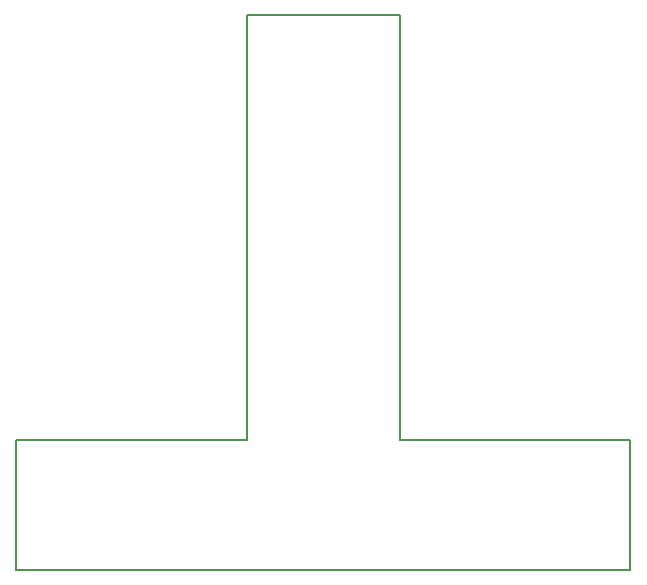
<source format=gbr>
G04 DipTrace 3.0.0.0*
G04 BoardOutline.gbr*
%MOIN*%
G04 #@! TF.FileFunction,Profile*
G04 #@! TF.Part,Single*
%ADD11C,0.006*%
%FSLAX26Y26*%
G04*
G70*
G90*
G75*
G01*
G04 BoardOutline*
%LPD*%
X393701Y393701D2*
D11*
X2440945D1*
Y826772D1*
X1673229D1*
Y2244095D1*
X1161418D1*
Y826772D1*
X393701D1*
Y393701D1*
M02*

</source>
